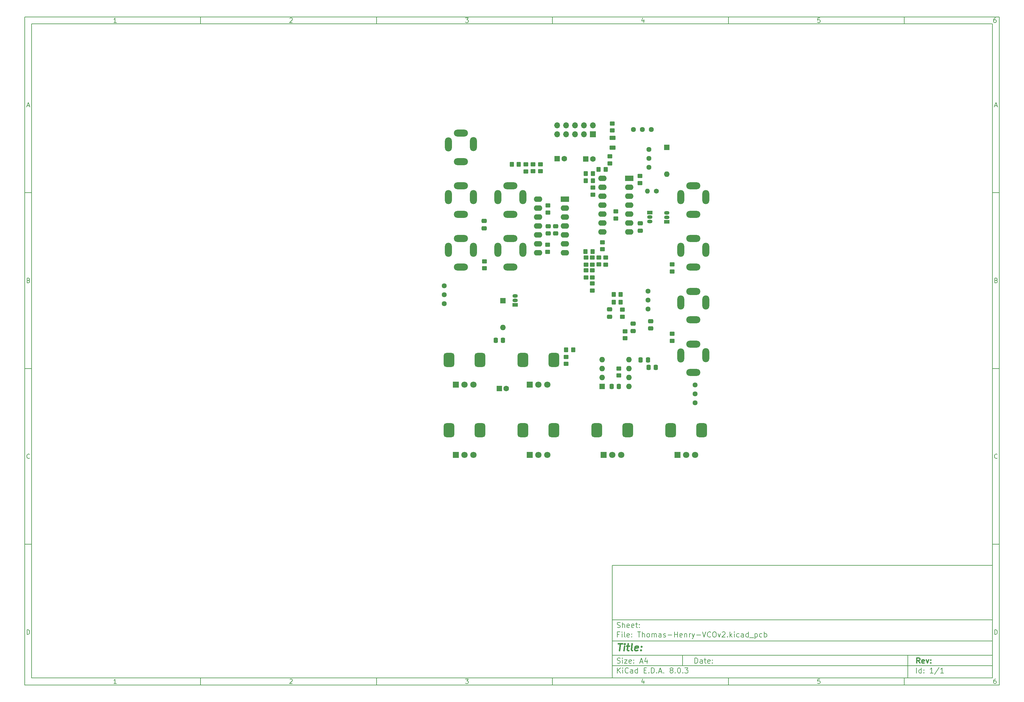
<source format=gbr>
%TF.GenerationSoftware,KiCad,Pcbnew,8.0.3*%
%TF.CreationDate,2024-12-05T20:13:47+00:00*%
%TF.ProjectId,Thomas-Henry-VCOv2,54686f6d-6173-42d4-9865-6e72792d5643,rev?*%
%TF.SameCoordinates,Original*%
%TF.FileFunction,Soldermask,Top*%
%TF.FilePolarity,Negative*%
%FSLAX46Y46*%
G04 Gerber Fmt 4.6, Leading zero omitted, Abs format (unit mm)*
G04 Created by KiCad (PCBNEW 8.0.3) date 2024-12-05 20:13:47*
%MOMM*%
%LPD*%
G01*
G04 APERTURE LIST*
G04 Aperture macros list*
%AMRoundRect*
0 Rectangle with rounded corners*
0 $1 Rounding radius*
0 $2 $3 $4 $5 $6 $7 $8 $9 X,Y pos of 4 corners*
0 Add a 4 corners polygon primitive as box body*
4,1,4,$2,$3,$4,$5,$6,$7,$8,$9,$2,$3,0*
0 Add four circle primitives for the rounded corners*
1,1,$1+$1,$2,$3*
1,1,$1+$1,$4,$5*
1,1,$1+$1,$6,$7*
1,1,$1+$1,$8,$9*
0 Add four rect primitives between the rounded corners*
20,1,$1+$1,$2,$3,$4,$5,0*
20,1,$1+$1,$4,$5,$6,$7,0*
20,1,$1+$1,$6,$7,$8,$9,0*
20,1,$1+$1,$8,$9,$2,$3,0*%
G04 Aperture macros list end*
%ADD10C,0.100000*%
%ADD11C,0.150000*%
%ADD12C,0.300000*%
%ADD13C,0.400000*%
%ADD14R,1.800000X1.800000*%
%ADD15C,1.800000*%
%ADD16RoundRect,0.750000X0.750000X-1.250000X0.750000X1.250000X-0.750000X1.250000X-0.750000X-1.250000X0*%
%ADD17RoundRect,0.250000X-0.450000X0.350000X-0.450000X-0.350000X0.450000X-0.350000X0.450000X0.350000X0*%
%ADD18O,2.000000X4.000000*%
%ADD19O,4.000000X2.000000*%
%ADD20RoundRect,0.250000X0.350000X0.450000X-0.350000X0.450000X-0.350000X-0.450000X0.350000X-0.450000X0*%
%ADD21RoundRect,0.250000X0.450000X-0.350000X0.450000X0.350000X-0.450000X0.350000X-0.450000X-0.350000X0*%
%ADD22RoundRect,0.250000X0.475000X-0.337500X0.475000X0.337500X-0.475000X0.337500X-0.475000X-0.337500X0*%
%ADD23RoundRect,0.250000X-0.337500X-0.475000X0.337500X-0.475000X0.337500X0.475000X-0.337500X0.475000X0*%
%ADD24RoundRect,0.250000X-0.475000X0.337500X-0.475000X-0.337500X0.475000X-0.337500X0.475000X0.337500X0*%
%ADD25RoundRect,0.250000X0.337500X0.475000X-0.337500X0.475000X-0.337500X-0.475000X0.337500X-0.475000X0*%
%ADD26RoundRect,0.250000X0.625000X-0.375000X0.625000X0.375000X-0.625000X0.375000X-0.625000X-0.375000X0*%
%ADD27R,2.400000X1.600000*%
%ADD28O,2.400000X1.600000*%
%ADD29C,1.440000*%
%ADD30R,1.600000X1.600000*%
%ADD31O,1.600000X1.600000*%
%ADD32C,1.600000*%
%ADD33C,1.400000*%
%ADD34O,1.400000X1.400000*%
%ADD35R,1.700000X1.700000*%
%ADD36O,1.700000X1.700000*%
%ADD37R,1.500000X1.050000*%
%ADD38O,1.500000X1.050000*%
G04 APERTURE END LIST*
D10*
D11*
X177002200Y-166007200D02*
X285002200Y-166007200D01*
X285002200Y-198007200D01*
X177002200Y-198007200D01*
X177002200Y-166007200D01*
D10*
D11*
X10000000Y-10000000D02*
X287002200Y-10000000D01*
X287002200Y-200007200D01*
X10000000Y-200007200D01*
X10000000Y-10000000D01*
D10*
D11*
X12000000Y-12000000D02*
X285002200Y-12000000D01*
X285002200Y-198007200D01*
X12000000Y-198007200D01*
X12000000Y-12000000D01*
D10*
D11*
X60000000Y-12000000D02*
X60000000Y-10000000D01*
D10*
D11*
X110000000Y-12000000D02*
X110000000Y-10000000D01*
D10*
D11*
X160000000Y-12000000D02*
X160000000Y-10000000D01*
D10*
D11*
X210000000Y-12000000D02*
X210000000Y-10000000D01*
D10*
D11*
X260000000Y-12000000D02*
X260000000Y-10000000D01*
D10*
D11*
X36089160Y-11593604D02*
X35346303Y-11593604D01*
X35717731Y-11593604D02*
X35717731Y-10293604D01*
X35717731Y-10293604D02*
X35593922Y-10479319D01*
X35593922Y-10479319D02*
X35470112Y-10603128D01*
X35470112Y-10603128D02*
X35346303Y-10665033D01*
D10*
D11*
X85346303Y-10417414D02*
X85408207Y-10355509D01*
X85408207Y-10355509D02*
X85532017Y-10293604D01*
X85532017Y-10293604D02*
X85841541Y-10293604D01*
X85841541Y-10293604D02*
X85965350Y-10355509D01*
X85965350Y-10355509D02*
X86027255Y-10417414D01*
X86027255Y-10417414D02*
X86089160Y-10541223D01*
X86089160Y-10541223D02*
X86089160Y-10665033D01*
X86089160Y-10665033D02*
X86027255Y-10850747D01*
X86027255Y-10850747D02*
X85284398Y-11593604D01*
X85284398Y-11593604D02*
X86089160Y-11593604D01*
D10*
D11*
X135284398Y-10293604D02*
X136089160Y-10293604D01*
X136089160Y-10293604D02*
X135655826Y-10788842D01*
X135655826Y-10788842D02*
X135841541Y-10788842D01*
X135841541Y-10788842D02*
X135965350Y-10850747D01*
X135965350Y-10850747D02*
X136027255Y-10912652D01*
X136027255Y-10912652D02*
X136089160Y-11036461D01*
X136089160Y-11036461D02*
X136089160Y-11345985D01*
X136089160Y-11345985D02*
X136027255Y-11469795D01*
X136027255Y-11469795D02*
X135965350Y-11531700D01*
X135965350Y-11531700D02*
X135841541Y-11593604D01*
X135841541Y-11593604D02*
X135470112Y-11593604D01*
X135470112Y-11593604D02*
X135346303Y-11531700D01*
X135346303Y-11531700D02*
X135284398Y-11469795D01*
D10*
D11*
X185965350Y-10726938D02*
X185965350Y-11593604D01*
X185655826Y-10231700D02*
X185346303Y-11160271D01*
X185346303Y-11160271D02*
X186151064Y-11160271D01*
D10*
D11*
X236027255Y-10293604D02*
X235408207Y-10293604D01*
X235408207Y-10293604D02*
X235346303Y-10912652D01*
X235346303Y-10912652D02*
X235408207Y-10850747D01*
X235408207Y-10850747D02*
X235532017Y-10788842D01*
X235532017Y-10788842D02*
X235841541Y-10788842D01*
X235841541Y-10788842D02*
X235965350Y-10850747D01*
X235965350Y-10850747D02*
X236027255Y-10912652D01*
X236027255Y-10912652D02*
X236089160Y-11036461D01*
X236089160Y-11036461D02*
X236089160Y-11345985D01*
X236089160Y-11345985D02*
X236027255Y-11469795D01*
X236027255Y-11469795D02*
X235965350Y-11531700D01*
X235965350Y-11531700D02*
X235841541Y-11593604D01*
X235841541Y-11593604D02*
X235532017Y-11593604D01*
X235532017Y-11593604D02*
X235408207Y-11531700D01*
X235408207Y-11531700D02*
X235346303Y-11469795D01*
D10*
D11*
X285965350Y-10293604D02*
X285717731Y-10293604D01*
X285717731Y-10293604D02*
X285593922Y-10355509D01*
X285593922Y-10355509D02*
X285532017Y-10417414D01*
X285532017Y-10417414D02*
X285408207Y-10603128D01*
X285408207Y-10603128D02*
X285346303Y-10850747D01*
X285346303Y-10850747D02*
X285346303Y-11345985D01*
X285346303Y-11345985D02*
X285408207Y-11469795D01*
X285408207Y-11469795D02*
X285470112Y-11531700D01*
X285470112Y-11531700D02*
X285593922Y-11593604D01*
X285593922Y-11593604D02*
X285841541Y-11593604D01*
X285841541Y-11593604D02*
X285965350Y-11531700D01*
X285965350Y-11531700D02*
X286027255Y-11469795D01*
X286027255Y-11469795D02*
X286089160Y-11345985D01*
X286089160Y-11345985D02*
X286089160Y-11036461D01*
X286089160Y-11036461D02*
X286027255Y-10912652D01*
X286027255Y-10912652D02*
X285965350Y-10850747D01*
X285965350Y-10850747D02*
X285841541Y-10788842D01*
X285841541Y-10788842D02*
X285593922Y-10788842D01*
X285593922Y-10788842D02*
X285470112Y-10850747D01*
X285470112Y-10850747D02*
X285408207Y-10912652D01*
X285408207Y-10912652D02*
X285346303Y-11036461D01*
D10*
D11*
X60000000Y-198007200D02*
X60000000Y-200007200D01*
D10*
D11*
X110000000Y-198007200D02*
X110000000Y-200007200D01*
D10*
D11*
X160000000Y-198007200D02*
X160000000Y-200007200D01*
D10*
D11*
X210000000Y-198007200D02*
X210000000Y-200007200D01*
D10*
D11*
X260000000Y-198007200D02*
X260000000Y-200007200D01*
D10*
D11*
X36089160Y-199600804D02*
X35346303Y-199600804D01*
X35717731Y-199600804D02*
X35717731Y-198300804D01*
X35717731Y-198300804D02*
X35593922Y-198486519D01*
X35593922Y-198486519D02*
X35470112Y-198610328D01*
X35470112Y-198610328D02*
X35346303Y-198672233D01*
D10*
D11*
X85346303Y-198424614D02*
X85408207Y-198362709D01*
X85408207Y-198362709D02*
X85532017Y-198300804D01*
X85532017Y-198300804D02*
X85841541Y-198300804D01*
X85841541Y-198300804D02*
X85965350Y-198362709D01*
X85965350Y-198362709D02*
X86027255Y-198424614D01*
X86027255Y-198424614D02*
X86089160Y-198548423D01*
X86089160Y-198548423D02*
X86089160Y-198672233D01*
X86089160Y-198672233D02*
X86027255Y-198857947D01*
X86027255Y-198857947D02*
X85284398Y-199600804D01*
X85284398Y-199600804D02*
X86089160Y-199600804D01*
D10*
D11*
X135284398Y-198300804D02*
X136089160Y-198300804D01*
X136089160Y-198300804D02*
X135655826Y-198796042D01*
X135655826Y-198796042D02*
X135841541Y-198796042D01*
X135841541Y-198796042D02*
X135965350Y-198857947D01*
X135965350Y-198857947D02*
X136027255Y-198919852D01*
X136027255Y-198919852D02*
X136089160Y-199043661D01*
X136089160Y-199043661D02*
X136089160Y-199353185D01*
X136089160Y-199353185D02*
X136027255Y-199476995D01*
X136027255Y-199476995D02*
X135965350Y-199538900D01*
X135965350Y-199538900D02*
X135841541Y-199600804D01*
X135841541Y-199600804D02*
X135470112Y-199600804D01*
X135470112Y-199600804D02*
X135346303Y-199538900D01*
X135346303Y-199538900D02*
X135284398Y-199476995D01*
D10*
D11*
X185965350Y-198734138D02*
X185965350Y-199600804D01*
X185655826Y-198238900D02*
X185346303Y-199167471D01*
X185346303Y-199167471D02*
X186151064Y-199167471D01*
D10*
D11*
X236027255Y-198300804D02*
X235408207Y-198300804D01*
X235408207Y-198300804D02*
X235346303Y-198919852D01*
X235346303Y-198919852D02*
X235408207Y-198857947D01*
X235408207Y-198857947D02*
X235532017Y-198796042D01*
X235532017Y-198796042D02*
X235841541Y-198796042D01*
X235841541Y-198796042D02*
X235965350Y-198857947D01*
X235965350Y-198857947D02*
X236027255Y-198919852D01*
X236027255Y-198919852D02*
X236089160Y-199043661D01*
X236089160Y-199043661D02*
X236089160Y-199353185D01*
X236089160Y-199353185D02*
X236027255Y-199476995D01*
X236027255Y-199476995D02*
X235965350Y-199538900D01*
X235965350Y-199538900D02*
X235841541Y-199600804D01*
X235841541Y-199600804D02*
X235532017Y-199600804D01*
X235532017Y-199600804D02*
X235408207Y-199538900D01*
X235408207Y-199538900D02*
X235346303Y-199476995D01*
D10*
D11*
X285965350Y-198300804D02*
X285717731Y-198300804D01*
X285717731Y-198300804D02*
X285593922Y-198362709D01*
X285593922Y-198362709D02*
X285532017Y-198424614D01*
X285532017Y-198424614D02*
X285408207Y-198610328D01*
X285408207Y-198610328D02*
X285346303Y-198857947D01*
X285346303Y-198857947D02*
X285346303Y-199353185D01*
X285346303Y-199353185D02*
X285408207Y-199476995D01*
X285408207Y-199476995D02*
X285470112Y-199538900D01*
X285470112Y-199538900D02*
X285593922Y-199600804D01*
X285593922Y-199600804D02*
X285841541Y-199600804D01*
X285841541Y-199600804D02*
X285965350Y-199538900D01*
X285965350Y-199538900D02*
X286027255Y-199476995D01*
X286027255Y-199476995D02*
X286089160Y-199353185D01*
X286089160Y-199353185D02*
X286089160Y-199043661D01*
X286089160Y-199043661D02*
X286027255Y-198919852D01*
X286027255Y-198919852D02*
X285965350Y-198857947D01*
X285965350Y-198857947D02*
X285841541Y-198796042D01*
X285841541Y-198796042D02*
X285593922Y-198796042D01*
X285593922Y-198796042D02*
X285470112Y-198857947D01*
X285470112Y-198857947D02*
X285408207Y-198919852D01*
X285408207Y-198919852D02*
X285346303Y-199043661D01*
D10*
D11*
X10000000Y-60000000D02*
X12000000Y-60000000D01*
D10*
D11*
X10000000Y-110000000D02*
X12000000Y-110000000D01*
D10*
D11*
X10000000Y-160000000D02*
X12000000Y-160000000D01*
D10*
D11*
X10690476Y-35222176D02*
X11309523Y-35222176D01*
X10566666Y-35593604D02*
X10999999Y-34293604D01*
X10999999Y-34293604D02*
X11433333Y-35593604D01*
D10*
D11*
X11092857Y-84912652D02*
X11278571Y-84974557D01*
X11278571Y-84974557D02*
X11340476Y-85036461D01*
X11340476Y-85036461D02*
X11402380Y-85160271D01*
X11402380Y-85160271D02*
X11402380Y-85345985D01*
X11402380Y-85345985D02*
X11340476Y-85469795D01*
X11340476Y-85469795D02*
X11278571Y-85531700D01*
X11278571Y-85531700D02*
X11154761Y-85593604D01*
X11154761Y-85593604D02*
X10659523Y-85593604D01*
X10659523Y-85593604D02*
X10659523Y-84293604D01*
X10659523Y-84293604D02*
X11092857Y-84293604D01*
X11092857Y-84293604D02*
X11216666Y-84355509D01*
X11216666Y-84355509D02*
X11278571Y-84417414D01*
X11278571Y-84417414D02*
X11340476Y-84541223D01*
X11340476Y-84541223D02*
X11340476Y-84665033D01*
X11340476Y-84665033D02*
X11278571Y-84788842D01*
X11278571Y-84788842D02*
X11216666Y-84850747D01*
X11216666Y-84850747D02*
X11092857Y-84912652D01*
X11092857Y-84912652D02*
X10659523Y-84912652D01*
D10*
D11*
X11402380Y-135469795D02*
X11340476Y-135531700D01*
X11340476Y-135531700D02*
X11154761Y-135593604D01*
X11154761Y-135593604D02*
X11030952Y-135593604D01*
X11030952Y-135593604D02*
X10845238Y-135531700D01*
X10845238Y-135531700D02*
X10721428Y-135407890D01*
X10721428Y-135407890D02*
X10659523Y-135284080D01*
X10659523Y-135284080D02*
X10597619Y-135036461D01*
X10597619Y-135036461D02*
X10597619Y-134850747D01*
X10597619Y-134850747D02*
X10659523Y-134603128D01*
X10659523Y-134603128D02*
X10721428Y-134479319D01*
X10721428Y-134479319D02*
X10845238Y-134355509D01*
X10845238Y-134355509D02*
X11030952Y-134293604D01*
X11030952Y-134293604D02*
X11154761Y-134293604D01*
X11154761Y-134293604D02*
X11340476Y-134355509D01*
X11340476Y-134355509D02*
X11402380Y-134417414D01*
D10*
D11*
X10659523Y-185593604D02*
X10659523Y-184293604D01*
X10659523Y-184293604D02*
X10969047Y-184293604D01*
X10969047Y-184293604D02*
X11154761Y-184355509D01*
X11154761Y-184355509D02*
X11278571Y-184479319D01*
X11278571Y-184479319D02*
X11340476Y-184603128D01*
X11340476Y-184603128D02*
X11402380Y-184850747D01*
X11402380Y-184850747D02*
X11402380Y-185036461D01*
X11402380Y-185036461D02*
X11340476Y-185284080D01*
X11340476Y-185284080D02*
X11278571Y-185407890D01*
X11278571Y-185407890D02*
X11154761Y-185531700D01*
X11154761Y-185531700D02*
X10969047Y-185593604D01*
X10969047Y-185593604D02*
X10659523Y-185593604D01*
D10*
D11*
X287002200Y-60000000D02*
X285002200Y-60000000D01*
D10*
D11*
X287002200Y-110000000D02*
X285002200Y-110000000D01*
D10*
D11*
X287002200Y-160000000D02*
X285002200Y-160000000D01*
D10*
D11*
X285692676Y-35222176D02*
X286311723Y-35222176D01*
X285568866Y-35593604D02*
X286002199Y-34293604D01*
X286002199Y-34293604D02*
X286435533Y-35593604D01*
D10*
D11*
X286095057Y-84912652D02*
X286280771Y-84974557D01*
X286280771Y-84974557D02*
X286342676Y-85036461D01*
X286342676Y-85036461D02*
X286404580Y-85160271D01*
X286404580Y-85160271D02*
X286404580Y-85345985D01*
X286404580Y-85345985D02*
X286342676Y-85469795D01*
X286342676Y-85469795D02*
X286280771Y-85531700D01*
X286280771Y-85531700D02*
X286156961Y-85593604D01*
X286156961Y-85593604D02*
X285661723Y-85593604D01*
X285661723Y-85593604D02*
X285661723Y-84293604D01*
X285661723Y-84293604D02*
X286095057Y-84293604D01*
X286095057Y-84293604D02*
X286218866Y-84355509D01*
X286218866Y-84355509D02*
X286280771Y-84417414D01*
X286280771Y-84417414D02*
X286342676Y-84541223D01*
X286342676Y-84541223D02*
X286342676Y-84665033D01*
X286342676Y-84665033D02*
X286280771Y-84788842D01*
X286280771Y-84788842D02*
X286218866Y-84850747D01*
X286218866Y-84850747D02*
X286095057Y-84912652D01*
X286095057Y-84912652D02*
X285661723Y-84912652D01*
D10*
D11*
X286404580Y-135469795D02*
X286342676Y-135531700D01*
X286342676Y-135531700D02*
X286156961Y-135593604D01*
X286156961Y-135593604D02*
X286033152Y-135593604D01*
X286033152Y-135593604D02*
X285847438Y-135531700D01*
X285847438Y-135531700D02*
X285723628Y-135407890D01*
X285723628Y-135407890D02*
X285661723Y-135284080D01*
X285661723Y-135284080D02*
X285599819Y-135036461D01*
X285599819Y-135036461D02*
X285599819Y-134850747D01*
X285599819Y-134850747D02*
X285661723Y-134603128D01*
X285661723Y-134603128D02*
X285723628Y-134479319D01*
X285723628Y-134479319D02*
X285847438Y-134355509D01*
X285847438Y-134355509D02*
X286033152Y-134293604D01*
X286033152Y-134293604D02*
X286156961Y-134293604D01*
X286156961Y-134293604D02*
X286342676Y-134355509D01*
X286342676Y-134355509D02*
X286404580Y-134417414D01*
D10*
D11*
X285661723Y-185593604D02*
X285661723Y-184293604D01*
X285661723Y-184293604D02*
X285971247Y-184293604D01*
X285971247Y-184293604D02*
X286156961Y-184355509D01*
X286156961Y-184355509D02*
X286280771Y-184479319D01*
X286280771Y-184479319D02*
X286342676Y-184603128D01*
X286342676Y-184603128D02*
X286404580Y-184850747D01*
X286404580Y-184850747D02*
X286404580Y-185036461D01*
X286404580Y-185036461D02*
X286342676Y-185284080D01*
X286342676Y-185284080D02*
X286280771Y-185407890D01*
X286280771Y-185407890D02*
X286156961Y-185531700D01*
X286156961Y-185531700D02*
X285971247Y-185593604D01*
X285971247Y-185593604D02*
X285661723Y-185593604D01*
D10*
D11*
X200458026Y-193793328D02*
X200458026Y-192293328D01*
X200458026Y-192293328D02*
X200815169Y-192293328D01*
X200815169Y-192293328D02*
X201029455Y-192364757D01*
X201029455Y-192364757D02*
X201172312Y-192507614D01*
X201172312Y-192507614D02*
X201243741Y-192650471D01*
X201243741Y-192650471D02*
X201315169Y-192936185D01*
X201315169Y-192936185D02*
X201315169Y-193150471D01*
X201315169Y-193150471D02*
X201243741Y-193436185D01*
X201243741Y-193436185D02*
X201172312Y-193579042D01*
X201172312Y-193579042D02*
X201029455Y-193721900D01*
X201029455Y-193721900D02*
X200815169Y-193793328D01*
X200815169Y-193793328D02*
X200458026Y-193793328D01*
X202600884Y-193793328D02*
X202600884Y-193007614D01*
X202600884Y-193007614D02*
X202529455Y-192864757D01*
X202529455Y-192864757D02*
X202386598Y-192793328D01*
X202386598Y-192793328D02*
X202100884Y-192793328D01*
X202100884Y-192793328D02*
X201958026Y-192864757D01*
X202600884Y-193721900D02*
X202458026Y-193793328D01*
X202458026Y-193793328D02*
X202100884Y-193793328D01*
X202100884Y-193793328D02*
X201958026Y-193721900D01*
X201958026Y-193721900D02*
X201886598Y-193579042D01*
X201886598Y-193579042D02*
X201886598Y-193436185D01*
X201886598Y-193436185D02*
X201958026Y-193293328D01*
X201958026Y-193293328D02*
X202100884Y-193221900D01*
X202100884Y-193221900D02*
X202458026Y-193221900D01*
X202458026Y-193221900D02*
X202600884Y-193150471D01*
X203100884Y-192793328D02*
X203672312Y-192793328D01*
X203315169Y-192293328D02*
X203315169Y-193579042D01*
X203315169Y-193579042D02*
X203386598Y-193721900D01*
X203386598Y-193721900D02*
X203529455Y-193793328D01*
X203529455Y-193793328D02*
X203672312Y-193793328D01*
X204743741Y-193721900D02*
X204600884Y-193793328D01*
X204600884Y-193793328D02*
X204315170Y-193793328D01*
X204315170Y-193793328D02*
X204172312Y-193721900D01*
X204172312Y-193721900D02*
X204100884Y-193579042D01*
X204100884Y-193579042D02*
X204100884Y-193007614D01*
X204100884Y-193007614D02*
X204172312Y-192864757D01*
X204172312Y-192864757D02*
X204315170Y-192793328D01*
X204315170Y-192793328D02*
X204600884Y-192793328D01*
X204600884Y-192793328D02*
X204743741Y-192864757D01*
X204743741Y-192864757D02*
X204815170Y-193007614D01*
X204815170Y-193007614D02*
X204815170Y-193150471D01*
X204815170Y-193150471D02*
X204100884Y-193293328D01*
X205458026Y-193650471D02*
X205529455Y-193721900D01*
X205529455Y-193721900D02*
X205458026Y-193793328D01*
X205458026Y-193793328D02*
X205386598Y-193721900D01*
X205386598Y-193721900D02*
X205458026Y-193650471D01*
X205458026Y-193650471D02*
X205458026Y-193793328D01*
X205458026Y-192864757D02*
X205529455Y-192936185D01*
X205529455Y-192936185D02*
X205458026Y-193007614D01*
X205458026Y-193007614D02*
X205386598Y-192936185D01*
X205386598Y-192936185D02*
X205458026Y-192864757D01*
X205458026Y-192864757D02*
X205458026Y-193007614D01*
D10*
D11*
X177002200Y-194507200D02*
X285002200Y-194507200D01*
D10*
D11*
X178458026Y-196593328D02*
X178458026Y-195093328D01*
X179315169Y-196593328D02*
X178672312Y-195736185D01*
X179315169Y-195093328D02*
X178458026Y-195950471D01*
X179958026Y-196593328D02*
X179958026Y-195593328D01*
X179958026Y-195093328D02*
X179886598Y-195164757D01*
X179886598Y-195164757D02*
X179958026Y-195236185D01*
X179958026Y-195236185D02*
X180029455Y-195164757D01*
X180029455Y-195164757D02*
X179958026Y-195093328D01*
X179958026Y-195093328D02*
X179958026Y-195236185D01*
X181529455Y-196450471D02*
X181458027Y-196521900D01*
X181458027Y-196521900D02*
X181243741Y-196593328D01*
X181243741Y-196593328D02*
X181100884Y-196593328D01*
X181100884Y-196593328D02*
X180886598Y-196521900D01*
X180886598Y-196521900D02*
X180743741Y-196379042D01*
X180743741Y-196379042D02*
X180672312Y-196236185D01*
X180672312Y-196236185D02*
X180600884Y-195950471D01*
X180600884Y-195950471D02*
X180600884Y-195736185D01*
X180600884Y-195736185D02*
X180672312Y-195450471D01*
X180672312Y-195450471D02*
X180743741Y-195307614D01*
X180743741Y-195307614D02*
X180886598Y-195164757D01*
X180886598Y-195164757D02*
X181100884Y-195093328D01*
X181100884Y-195093328D02*
X181243741Y-195093328D01*
X181243741Y-195093328D02*
X181458027Y-195164757D01*
X181458027Y-195164757D02*
X181529455Y-195236185D01*
X182815170Y-196593328D02*
X182815170Y-195807614D01*
X182815170Y-195807614D02*
X182743741Y-195664757D01*
X182743741Y-195664757D02*
X182600884Y-195593328D01*
X182600884Y-195593328D02*
X182315170Y-195593328D01*
X182315170Y-195593328D02*
X182172312Y-195664757D01*
X182815170Y-196521900D02*
X182672312Y-196593328D01*
X182672312Y-196593328D02*
X182315170Y-196593328D01*
X182315170Y-196593328D02*
X182172312Y-196521900D01*
X182172312Y-196521900D02*
X182100884Y-196379042D01*
X182100884Y-196379042D02*
X182100884Y-196236185D01*
X182100884Y-196236185D02*
X182172312Y-196093328D01*
X182172312Y-196093328D02*
X182315170Y-196021900D01*
X182315170Y-196021900D02*
X182672312Y-196021900D01*
X182672312Y-196021900D02*
X182815170Y-195950471D01*
X184172313Y-196593328D02*
X184172313Y-195093328D01*
X184172313Y-196521900D02*
X184029455Y-196593328D01*
X184029455Y-196593328D02*
X183743741Y-196593328D01*
X183743741Y-196593328D02*
X183600884Y-196521900D01*
X183600884Y-196521900D02*
X183529455Y-196450471D01*
X183529455Y-196450471D02*
X183458027Y-196307614D01*
X183458027Y-196307614D02*
X183458027Y-195879042D01*
X183458027Y-195879042D02*
X183529455Y-195736185D01*
X183529455Y-195736185D02*
X183600884Y-195664757D01*
X183600884Y-195664757D02*
X183743741Y-195593328D01*
X183743741Y-195593328D02*
X184029455Y-195593328D01*
X184029455Y-195593328D02*
X184172313Y-195664757D01*
X186029455Y-195807614D02*
X186529455Y-195807614D01*
X186743741Y-196593328D02*
X186029455Y-196593328D01*
X186029455Y-196593328D02*
X186029455Y-195093328D01*
X186029455Y-195093328D02*
X186743741Y-195093328D01*
X187386598Y-196450471D02*
X187458027Y-196521900D01*
X187458027Y-196521900D02*
X187386598Y-196593328D01*
X187386598Y-196593328D02*
X187315170Y-196521900D01*
X187315170Y-196521900D02*
X187386598Y-196450471D01*
X187386598Y-196450471D02*
X187386598Y-196593328D01*
X188100884Y-196593328D02*
X188100884Y-195093328D01*
X188100884Y-195093328D02*
X188458027Y-195093328D01*
X188458027Y-195093328D02*
X188672313Y-195164757D01*
X188672313Y-195164757D02*
X188815170Y-195307614D01*
X188815170Y-195307614D02*
X188886599Y-195450471D01*
X188886599Y-195450471D02*
X188958027Y-195736185D01*
X188958027Y-195736185D02*
X188958027Y-195950471D01*
X188958027Y-195950471D02*
X188886599Y-196236185D01*
X188886599Y-196236185D02*
X188815170Y-196379042D01*
X188815170Y-196379042D02*
X188672313Y-196521900D01*
X188672313Y-196521900D02*
X188458027Y-196593328D01*
X188458027Y-196593328D02*
X188100884Y-196593328D01*
X189600884Y-196450471D02*
X189672313Y-196521900D01*
X189672313Y-196521900D02*
X189600884Y-196593328D01*
X189600884Y-196593328D02*
X189529456Y-196521900D01*
X189529456Y-196521900D02*
X189600884Y-196450471D01*
X189600884Y-196450471D02*
X189600884Y-196593328D01*
X190243742Y-196164757D02*
X190958028Y-196164757D01*
X190100885Y-196593328D02*
X190600885Y-195093328D01*
X190600885Y-195093328D02*
X191100885Y-196593328D01*
X191600884Y-196450471D02*
X191672313Y-196521900D01*
X191672313Y-196521900D02*
X191600884Y-196593328D01*
X191600884Y-196593328D02*
X191529456Y-196521900D01*
X191529456Y-196521900D02*
X191600884Y-196450471D01*
X191600884Y-196450471D02*
X191600884Y-196593328D01*
X193672313Y-195736185D02*
X193529456Y-195664757D01*
X193529456Y-195664757D02*
X193458027Y-195593328D01*
X193458027Y-195593328D02*
X193386599Y-195450471D01*
X193386599Y-195450471D02*
X193386599Y-195379042D01*
X193386599Y-195379042D02*
X193458027Y-195236185D01*
X193458027Y-195236185D02*
X193529456Y-195164757D01*
X193529456Y-195164757D02*
X193672313Y-195093328D01*
X193672313Y-195093328D02*
X193958027Y-195093328D01*
X193958027Y-195093328D02*
X194100885Y-195164757D01*
X194100885Y-195164757D02*
X194172313Y-195236185D01*
X194172313Y-195236185D02*
X194243742Y-195379042D01*
X194243742Y-195379042D02*
X194243742Y-195450471D01*
X194243742Y-195450471D02*
X194172313Y-195593328D01*
X194172313Y-195593328D02*
X194100885Y-195664757D01*
X194100885Y-195664757D02*
X193958027Y-195736185D01*
X193958027Y-195736185D02*
X193672313Y-195736185D01*
X193672313Y-195736185D02*
X193529456Y-195807614D01*
X193529456Y-195807614D02*
X193458027Y-195879042D01*
X193458027Y-195879042D02*
X193386599Y-196021900D01*
X193386599Y-196021900D02*
X193386599Y-196307614D01*
X193386599Y-196307614D02*
X193458027Y-196450471D01*
X193458027Y-196450471D02*
X193529456Y-196521900D01*
X193529456Y-196521900D02*
X193672313Y-196593328D01*
X193672313Y-196593328D02*
X193958027Y-196593328D01*
X193958027Y-196593328D02*
X194100885Y-196521900D01*
X194100885Y-196521900D02*
X194172313Y-196450471D01*
X194172313Y-196450471D02*
X194243742Y-196307614D01*
X194243742Y-196307614D02*
X194243742Y-196021900D01*
X194243742Y-196021900D02*
X194172313Y-195879042D01*
X194172313Y-195879042D02*
X194100885Y-195807614D01*
X194100885Y-195807614D02*
X193958027Y-195736185D01*
X194886598Y-196450471D02*
X194958027Y-196521900D01*
X194958027Y-196521900D02*
X194886598Y-196593328D01*
X194886598Y-196593328D02*
X194815170Y-196521900D01*
X194815170Y-196521900D02*
X194886598Y-196450471D01*
X194886598Y-196450471D02*
X194886598Y-196593328D01*
X195886599Y-195093328D02*
X196029456Y-195093328D01*
X196029456Y-195093328D02*
X196172313Y-195164757D01*
X196172313Y-195164757D02*
X196243742Y-195236185D01*
X196243742Y-195236185D02*
X196315170Y-195379042D01*
X196315170Y-195379042D02*
X196386599Y-195664757D01*
X196386599Y-195664757D02*
X196386599Y-196021900D01*
X196386599Y-196021900D02*
X196315170Y-196307614D01*
X196315170Y-196307614D02*
X196243742Y-196450471D01*
X196243742Y-196450471D02*
X196172313Y-196521900D01*
X196172313Y-196521900D02*
X196029456Y-196593328D01*
X196029456Y-196593328D02*
X195886599Y-196593328D01*
X195886599Y-196593328D02*
X195743742Y-196521900D01*
X195743742Y-196521900D02*
X195672313Y-196450471D01*
X195672313Y-196450471D02*
X195600884Y-196307614D01*
X195600884Y-196307614D02*
X195529456Y-196021900D01*
X195529456Y-196021900D02*
X195529456Y-195664757D01*
X195529456Y-195664757D02*
X195600884Y-195379042D01*
X195600884Y-195379042D02*
X195672313Y-195236185D01*
X195672313Y-195236185D02*
X195743742Y-195164757D01*
X195743742Y-195164757D02*
X195886599Y-195093328D01*
X197029455Y-196450471D02*
X197100884Y-196521900D01*
X197100884Y-196521900D02*
X197029455Y-196593328D01*
X197029455Y-196593328D02*
X196958027Y-196521900D01*
X196958027Y-196521900D02*
X197029455Y-196450471D01*
X197029455Y-196450471D02*
X197029455Y-196593328D01*
X197600884Y-195093328D02*
X198529456Y-195093328D01*
X198529456Y-195093328D02*
X198029456Y-195664757D01*
X198029456Y-195664757D02*
X198243741Y-195664757D01*
X198243741Y-195664757D02*
X198386599Y-195736185D01*
X198386599Y-195736185D02*
X198458027Y-195807614D01*
X198458027Y-195807614D02*
X198529456Y-195950471D01*
X198529456Y-195950471D02*
X198529456Y-196307614D01*
X198529456Y-196307614D02*
X198458027Y-196450471D01*
X198458027Y-196450471D02*
X198386599Y-196521900D01*
X198386599Y-196521900D02*
X198243741Y-196593328D01*
X198243741Y-196593328D02*
X197815170Y-196593328D01*
X197815170Y-196593328D02*
X197672313Y-196521900D01*
X197672313Y-196521900D02*
X197600884Y-196450471D01*
D10*
D11*
X177002200Y-191507200D02*
X285002200Y-191507200D01*
D10*
D12*
X264413853Y-193785528D02*
X263913853Y-193071242D01*
X263556710Y-193785528D02*
X263556710Y-192285528D01*
X263556710Y-192285528D02*
X264128139Y-192285528D01*
X264128139Y-192285528D02*
X264270996Y-192356957D01*
X264270996Y-192356957D02*
X264342425Y-192428385D01*
X264342425Y-192428385D02*
X264413853Y-192571242D01*
X264413853Y-192571242D02*
X264413853Y-192785528D01*
X264413853Y-192785528D02*
X264342425Y-192928385D01*
X264342425Y-192928385D02*
X264270996Y-192999814D01*
X264270996Y-192999814D02*
X264128139Y-193071242D01*
X264128139Y-193071242D02*
X263556710Y-193071242D01*
X265628139Y-193714100D02*
X265485282Y-193785528D01*
X265485282Y-193785528D02*
X265199568Y-193785528D01*
X265199568Y-193785528D02*
X265056710Y-193714100D01*
X265056710Y-193714100D02*
X264985282Y-193571242D01*
X264985282Y-193571242D02*
X264985282Y-192999814D01*
X264985282Y-192999814D02*
X265056710Y-192856957D01*
X265056710Y-192856957D02*
X265199568Y-192785528D01*
X265199568Y-192785528D02*
X265485282Y-192785528D01*
X265485282Y-192785528D02*
X265628139Y-192856957D01*
X265628139Y-192856957D02*
X265699568Y-192999814D01*
X265699568Y-192999814D02*
X265699568Y-193142671D01*
X265699568Y-193142671D02*
X264985282Y-193285528D01*
X266199567Y-192785528D02*
X266556710Y-193785528D01*
X266556710Y-193785528D02*
X266913853Y-192785528D01*
X267485281Y-193642671D02*
X267556710Y-193714100D01*
X267556710Y-193714100D02*
X267485281Y-193785528D01*
X267485281Y-193785528D02*
X267413853Y-193714100D01*
X267413853Y-193714100D02*
X267485281Y-193642671D01*
X267485281Y-193642671D02*
X267485281Y-193785528D01*
X267485281Y-192856957D02*
X267556710Y-192928385D01*
X267556710Y-192928385D02*
X267485281Y-192999814D01*
X267485281Y-192999814D02*
X267413853Y-192928385D01*
X267413853Y-192928385D02*
X267485281Y-192856957D01*
X267485281Y-192856957D02*
X267485281Y-192999814D01*
D10*
D11*
X178386598Y-193721900D02*
X178600884Y-193793328D01*
X178600884Y-193793328D02*
X178958026Y-193793328D01*
X178958026Y-193793328D02*
X179100884Y-193721900D01*
X179100884Y-193721900D02*
X179172312Y-193650471D01*
X179172312Y-193650471D02*
X179243741Y-193507614D01*
X179243741Y-193507614D02*
X179243741Y-193364757D01*
X179243741Y-193364757D02*
X179172312Y-193221900D01*
X179172312Y-193221900D02*
X179100884Y-193150471D01*
X179100884Y-193150471D02*
X178958026Y-193079042D01*
X178958026Y-193079042D02*
X178672312Y-193007614D01*
X178672312Y-193007614D02*
X178529455Y-192936185D01*
X178529455Y-192936185D02*
X178458026Y-192864757D01*
X178458026Y-192864757D02*
X178386598Y-192721900D01*
X178386598Y-192721900D02*
X178386598Y-192579042D01*
X178386598Y-192579042D02*
X178458026Y-192436185D01*
X178458026Y-192436185D02*
X178529455Y-192364757D01*
X178529455Y-192364757D02*
X178672312Y-192293328D01*
X178672312Y-192293328D02*
X179029455Y-192293328D01*
X179029455Y-192293328D02*
X179243741Y-192364757D01*
X179886597Y-193793328D02*
X179886597Y-192793328D01*
X179886597Y-192293328D02*
X179815169Y-192364757D01*
X179815169Y-192364757D02*
X179886597Y-192436185D01*
X179886597Y-192436185D02*
X179958026Y-192364757D01*
X179958026Y-192364757D02*
X179886597Y-192293328D01*
X179886597Y-192293328D02*
X179886597Y-192436185D01*
X180458026Y-192793328D02*
X181243741Y-192793328D01*
X181243741Y-192793328D02*
X180458026Y-193793328D01*
X180458026Y-193793328D02*
X181243741Y-193793328D01*
X182386598Y-193721900D02*
X182243741Y-193793328D01*
X182243741Y-193793328D02*
X181958027Y-193793328D01*
X181958027Y-193793328D02*
X181815169Y-193721900D01*
X181815169Y-193721900D02*
X181743741Y-193579042D01*
X181743741Y-193579042D02*
X181743741Y-193007614D01*
X181743741Y-193007614D02*
X181815169Y-192864757D01*
X181815169Y-192864757D02*
X181958027Y-192793328D01*
X181958027Y-192793328D02*
X182243741Y-192793328D01*
X182243741Y-192793328D02*
X182386598Y-192864757D01*
X182386598Y-192864757D02*
X182458027Y-193007614D01*
X182458027Y-193007614D02*
X182458027Y-193150471D01*
X182458027Y-193150471D02*
X181743741Y-193293328D01*
X183100883Y-193650471D02*
X183172312Y-193721900D01*
X183172312Y-193721900D02*
X183100883Y-193793328D01*
X183100883Y-193793328D02*
X183029455Y-193721900D01*
X183029455Y-193721900D02*
X183100883Y-193650471D01*
X183100883Y-193650471D02*
X183100883Y-193793328D01*
X183100883Y-192864757D02*
X183172312Y-192936185D01*
X183172312Y-192936185D02*
X183100883Y-193007614D01*
X183100883Y-193007614D02*
X183029455Y-192936185D01*
X183029455Y-192936185D02*
X183100883Y-192864757D01*
X183100883Y-192864757D02*
X183100883Y-193007614D01*
X184886598Y-193364757D02*
X185600884Y-193364757D01*
X184743741Y-193793328D02*
X185243741Y-192293328D01*
X185243741Y-192293328D02*
X185743741Y-193793328D01*
X186886598Y-192793328D02*
X186886598Y-193793328D01*
X186529455Y-192221900D02*
X186172312Y-193293328D01*
X186172312Y-193293328D02*
X187100883Y-193293328D01*
D10*
D11*
X263458026Y-196593328D02*
X263458026Y-195093328D01*
X264815170Y-196593328D02*
X264815170Y-195093328D01*
X264815170Y-196521900D02*
X264672312Y-196593328D01*
X264672312Y-196593328D02*
X264386598Y-196593328D01*
X264386598Y-196593328D02*
X264243741Y-196521900D01*
X264243741Y-196521900D02*
X264172312Y-196450471D01*
X264172312Y-196450471D02*
X264100884Y-196307614D01*
X264100884Y-196307614D02*
X264100884Y-195879042D01*
X264100884Y-195879042D02*
X264172312Y-195736185D01*
X264172312Y-195736185D02*
X264243741Y-195664757D01*
X264243741Y-195664757D02*
X264386598Y-195593328D01*
X264386598Y-195593328D02*
X264672312Y-195593328D01*
X264672312Y-195593328D02*
X264815170Y-195664757D01*
X265529455Y-196450471D02*
X265600884Y-196521900D01*
X265600884Y-196521900D02*
X265529455Y-196593328D01*
X265529455Y-196593328D02*
X265458027Y-196521900D01*
X265458027Y-196521900D02*
X265529455Y-196450471D01*
X265529455Y-196450471D02*
X265529455Y-196593328D01*
X265529455Y-195664757D02*
X265600884Y-195736185D01*
X265600884Y-195736185D02*
X265529455Y-195807614D01*
X265529455Y-195807614D02*
X265458027Y-195736185D01*
X265458027Y-195736185D02*
X265529455Y-195664757D01*
X265529455Y-195664757D02*
X265529455Y-195807614D01*
X268172313Y-196593328D02*
X267315170Y-196593328D01*
X267743741Y-196593328D02*
X267743741Y-195093328D01*
X267743741Y-195093328D02*
X267600884Y-195307614D01*
X267600884Y-195307614D02*
X267458027Y-195450471D01*
X267458027Y-195450471D02*
X267315170Y-195521900D01*
X269886598Y-195021900D02*
X268600884Y-196950471D01*
X271172313Y-196593328D02*
X270315170Y-196593328D01*
X270743741Y-196593328D02*
X270743741Y-195093328D01*
X270743741Y-195093328D02*
X270600884Y-195307614D01*
X270600884Y-195307614D02*
X270458027Y-195450471D01*
X270458027Y-195450471D02*
X270315170Y-195521900D01*
D10*
D11*
X177002200Y-187507200D02*
X285002200Y-187507200D01*
D10*
D13*
X178693928Y-188211638D02*
X179836785Y-188211638D01*
X179015357Y-190211638D02*
X179265357Y-188211638D01*
X180253452Y-190211638D02*
X180420119Y-188878304D01*
X180503452Y-188211638D02*
X180396309Y-188306876D01*
X180396309Y-188306876D02*
X180479643Y-188402114D01*
X180479643Y-188402114D02*
X180586786Y-188306876D01*
X180586786Y-188306876D02*
X180503452Y-188211638D01*
X180503452Y-188211638D02*
X180479643Y-188402114D01*
X181086786Y-188878304D02*
X181848690Y-188878304D01*
X181455833Y-188211638D02*
X181241548Y-189925923D01*
X181241548Y-189925923D02*
X181312976Y-190116400D01*
X181312976Y-190116400D02*
X181491548Y-190211638D01*
X181491548Y-190211638D02*
X181682024Y-190211638D01*
X182634405Y-190211638D02*
X182455833Y-190116400D01*
X182455833Y-190116400D02*
X182384405Y-189925923D01*
X182384405Y-189925923D02*
X182598690Y-188211638D01*
X184170119Y-190116400D02*
X183967738Y-190211638D01*
X183967738Y-190211638D02*
X183586785Y-190211638D01*
X183586785Y-190211638D02*
X183408214Y-190116400D01*
X183408214Y-190116400D02*
X183336785Y-189925923D01*
X183336785Y-189925923D02*
X183432024Y-189164019D01*
X183432024Y-189164019D02*
X183551071Y-188973542D01*
X183551071Y-188973542D02*
X183753452Y-188878304D01*
X183753452Y-188878304D02*
X184134404Y-188878304D01*
X184134404Y-188878304D02*
X184312976Y-188973542D01*
X184312976Y-188973542D02*
X184384404Y-189164019D01*
X184384404Y-189164019D02*
X184360595Y-189354495D01*
X184360595Y-189354495D02*
X183384404Y-189544971D01*
X185134405Y-190021161D02*
X185217738Y-190116400D01*
X185217738Y-190116400D02*
X185110595Y-190211638D01*
X185110595Y-190211638D02*
X185027262Y-190116400D01*
X185027262Y-190116400D02*
X185134405Y-190021161D01*
X185134405Y-190021161D02*
X185110595Y-190211638D01*
X185265357Y-188973542D02*
X185348690Y-189068780D01*
X185348690Y-189068780D02*
X185241548Y-189164019D01*
X185241548Y-189164019D02*
X185158214Y-189068780D01*
X185158214Y-189068780D02*
X185265357Y-188973542D01*
X185265357Y-188973542D02*
X185241548Y-189164019D01*
D10*
D11*
X178958026Y-185607614D02*
X178458026Y-185607614D01*
X178458026Y-186393328D02*
X178458026Y-184893328D01*
X178458026Y-184893328D02*
X179172312Y-184893328D01*
X179743740Y-186393328D02*
X179743740Y-185393328D01*
X179743740Y-184893328D02*
X179672312Y-184964757D01*
X179672312Y-184964757D02*
X179743740Y-185036185D01*
X179743740Y-185036185D02*
X179815169Y-184964757D01*
X179815169Y-184964757D02*
X179743740Y-184893328D01*
X179743740Y-184893328D02*
X179743740Y-185036185D01*
X180672312Y-186393328D02*
X180529455Y-186321900D01*
X180529455Y-186321900D02*
X180458026Y-186179042D01*
X180458026Y-186179042D02*
X180458026Y-184893328D01*
X181815169Y-186321900D02*
X181672312Y-186393328D01*
X181672312Y-186393328D02*
X181386598Y-186393328D01*
X181386598Y-186393328D02*
X181243740Y-186321900D01*
X181243740Y-186321900D02*
X181172312Y-186179042D01*
X181172312Y-186179042D02*
X181172312Y-185607614D01*
X181172312Y-185607614D02*
X181243740Y-185464757D01*
X181243740Y-185464757D02*
X181386598Y-185393328D01*
X181386598Y-185393328D02*
X181672312Y-185393328D01*
X181672312Y-185393328D02*
X181815169Y-185464757D01*
X181815169Y-185464757D02*
X181886598Y-185607614D01*
X181886598Y-185607614D02*
X181886598Y-185750471D01*
X181886598Y-185750471D02*
X181172312Y-185893328D01*
X182529454Y-186250471D02*
X182600883Y-186321900D01*
X182600883Y-186321900D02*
X182529454Y-186393328D01*
X182529454Y-186393328D02*
X182458026Y-186321900D01*
X182458026Y-186321900D02*
X182529454Y-186250471D01*
X182529454Y-186250471D02*
X182529454Y-186393328D01*
X182529454Y-185464757D02*
X182600883Y-185536185D01*
X182600883Y-185536185D02*
X182529454Y-185607614D01*
X182529454Y-185607614D02*
X182458026Y-185536185D01*
X182458026Y-185536185D02*
X182529454Y-185464757D01*
X182529454Y-185464757D02*
X182529454Y-185607614D01*
X184172312Y-184893328D02*
X185029455Y-184893328D01*
X184600883Y-186393328D02*
X184600883Y-184893328D01*
X185529454Y-186393328D02*
X185529454Y-184893328D01*
X186172312Y-186393328D02*
X186172312Y-185607614D01*
X186172312Y-185607614D02*
X186100883Y-185464757D01*
X186100883Y-185464757D02*
X185958026Y-185393328D01*
X185958026Y-185393328D02*
X185743740Y-185393328D01*
X185743740Y-185393328D02*
X185600883Y-185464757D01*
X185600883Y-185464757D02*
X185529454Y-185536185D01*
X187100883Y-186393328D02*
X186958026Y-186321900D01*
X186958026Y-186321900D02*
X186886597Y-186250471D01*
X186886597Y-186250471D02*
X186815169Y-186107614D01*
X186815169Y-186107614D02*
X186815169Y-185679042D01*
X186815169Y-185679042D02*
X186886597Y-185536185D01*
X186886597Y-185536185D02*
X186958026Y-185464757D01*
X186958026Y-185464757D02*
X187100883Y-185393328D01*
X187100883Y-185393328D02*
X187315169Y-185393328D01*
X187315169Y-185393328D02*
X187458026Y-185464757D01*
X187458026Y-185464757D02*
X187529455Y-185536185D01*
X187529455Y-185536185D02*
X187600883Y-185679042D01*
X187600883Y-185679042D02*
X187600883Y-186107614D01*
X187600883Y-186107614D02*
X187529455Y-186250471D01*
X187529455Y-186250471D02*
X187458026Y-186321900D01*
X187458026Y-186321900D02*
X187315169Y-186393328D01*
X187315169Y-186393328D02*
X187100883Y-186393328D01*
X188243740Y-186393328D02*
X188243740Y-185393328D01*
X188243740Y-185536185D02*
X188315169Y-185464757D01*
X188315169Y-185464757D02*
X188458026Y-185393328D01*
X188458026Y-185393328D02*
X188672312Y-185393328D01*
X188672312Y-185393328D02*
X188815169Y-185464757D01*
X188815169Y-185464757D02*
X188886598Y-185607614D01*
X188886598Y-185607614D02*
X188886598Y-186393328D01*
X188886598Y-185607614D02*
X188958026Y-185464757D01*
X188958026Y-185464757D02*
X189100883Y-185393328D01*
X189100883Y-185393328D02*
X189315169Y-185393328D01*
X189315169Y-185393328D02*
X189458026Y-185464757D01*
X189458026Y-185464757D02*
X189529455Y-185607614D01*
X189529455Y-185607614D02*
X189529455Y-186393328D01*
X190886598Y-186393328D02*
X190886598Y-185607614D01*
X190886598Y-185607614D02*
X190815169Y-185464757D01*
X190815169Y-185464757D02*
X190672312Y-185393328D01*
X190672312Y-185393328D02*
X190386598Y-185393328D01*
X190386598Y-185393328D02*
X190243740Y-185464757D01*
X190886598Y-186321900D02*
X190743740Y-186393328D01*
X190743740Y-186393328D02*
X190386598Y-186393328D01*
X190386598Y-186393328D02*
X190243740Y-186321900D01*
X190243740Y-186321900D02*
X190172312Y-186179042D01*
X190172312Y-186179042D02*
X190172312Y-186036185D01*
X190172312Y-186036185D02*
X190243740Y-185893328D01*
X190243740Y-185893328D02*
X190386598Y-185821900D01*
X190386598Y-185821900D02*
X190743740Y-185821900D01*
X190743740Y-185821900D02*
X190886598Y-185750471D01*
X191529455Y-186321900D02*
X191672312Y-186393328D01*
X191672312Y-186393328D02*
X191958026Y-186393328D01*
X191958026Y-186393328D02*
X192100883Y-186321900D01*
X192100883Y-186321900D02*
X192172312Y-186179042D01*
X192172312Y-186179042D02*
X192172312Y-186107614D01*
X192172312Y-186107614D02*
X192100883Y-185964757D01*
X192100883Y-185964757D02*
X191958026Y-185893328D01*
X191958026Y-185893328D02*
X191743741Y-185893328D01*
X191743741Y-185893328D02*
X191600883Y-185821900D01*
X191600883Y-185821900D02*
X191529455Y-185679042D01*
X191529455Y-185679042D02*
X191529455Y-185607614D01*
X191529455Y-185607614D02*
X191600883Y-185464757D01*
X191600883Y-185464757D02*
X191743741Y-185393328D01*
X191743741Y-185393328D02*
X191958026Y-185393328D01*
X191958026Y-185393328D02*
X192100883Y-185464757D01*
X192815169Y-185821900D02*
X193958027Y-185821900D01*
X194672312Y-186393328D02*
X194672312Y-184893328D01*
X194672312Y-185607614D02*
X195529455Y-185607614D01*
X195529455Y-186393328D02*
X195529455Y-184893328D01*
X196815170Y-186321900D02*
X196672313Y-186393328D01*
X196672313Y-186393328D02*
X196386599Y-186393328D01*
X196386599Y-186393328D02*
X196243741Y-186321900D01*
X196243741Y-186321900D02*
X196172313Y-186179042D01*
X196172313Y-186179042D02*
X196172313Y-185607614D01*
X196172313Y-185607614D02*
X196243741Y-185464757D01*
X196243741Y-185464757D02*
X196386599Y-185393328D01*
X196386599Y-185393328D02*
X196672313Y-185393328D01*
X196672313Y-185393328D02*
X196815170Y-185464757D01*
X196815170Y-185464757D02*
X196886599Y-185607614D01*
X196886599Y-185607614D02*
X196886599Y-185750471D01*
X196886599Y-185750471D02*
X196172313Y-185893328D01*
X197529455Y-185393328D02*
X197529455Y-186393328D01*
X197529455Y-185536185D02*
X197600884Y-185464757D01*
X197600884Y-185464757D02*
X197743741Y-185393328D01*
X197743741Y-185393328D02*
X197958027Y-185393328D01*
X197958027Y-185393328D02*
X198100884Y-185464757D01*
X198100884Y-185464757D02*
X198172313Y-185607614D01*
X198172313Y-185607614D02*
X198172313Y-186393328D01*
X198886598Y-186393328D02*
X198886598Y-185393328D01*
X198886598Y-185679042D02*
X198958027Y-185536185D01*
X198958027Y-185536185D02*
X199029456Y-185464757D01*
X199029456Y-185464757D02*
X199172313Y-185393328D01*
X199172313Y-185393328D02*
X199315170Y-185393328D01*
X199672312Y-185393328D02*
X200029455Y-186393328D01*
X200386598Y-185393328D02*
X200029455Y-186393328D01*
X200029455Y-186393328D02*
X199886598Y-186750471D01*
X199886598Y-186750471D02*
X199815169Y-186821900D01*
X199815169Y-186821900D02*
X199672312Y-186893328D01*
X200958026Y-185821900D02*
X202100884Y-185821900D01*
X202600884Y-184893328D02*
X203100884Y-186393328D01*
X203100884Y-186393328D02*
X203600884Y-184893328D01*
X204958026Y-186250471D02*
X204886598Y-186321900D01*
X204886598Y-186321900D02*
X204672312Y-186393328D01*
X204672312Y-186393328D02*
X204529455Y-186393328D01*
X204529455Y-186393328D02*
X204315169Y-186321900D01*
X204315169Y-186321900D02*
X204172312Y-186179042D01*
X204172312Y-186179042D02*
X204100883Y-186036185D01*
X204100883Y-186036185D02*
X204029455Y-185750471D01*
X204029455Y-185750471D02*
X204029455Y-185536185D01*
X204029455Y-185536185D02*
X204100883Y-185250471D01*
X204100883Y-185250471D02*
X204172312Y-185107614D01*
X204172312Y-185107614D02*
X204315169Y-184964757D01*
X204315169Y-184964757D02*
X204529455Y-184893328D01*
X204529455Y-184893328D02*
X204672312Y-184893328D01*
X204672312Y-184893328D02*
X204886598Y-184964757D01*
X204886598Y-184964757D02*
X204958026Y-185036185D01*
X205886598Y-184893328D02*
X206172312Y-184893328D01*
X206172312Y-184893328D02*
X206315169Y-184964757D01*
X206315169Y-184964757D02*
X206458026Y-185107614D01*
X206458026Y-185107614D02*
X206529455Y-185393328D01*
X206529455Y-185393328D02*
X206529455Y-185893328D01*
X206529455Y-185893328D02*
X206458026Y-186179042D01*
X206458026Y-186179042D02*
X206315169Y-186321900D01*
X206315169Y-186321900D02*
X206172312Y-186393328D01*
X206172312Y-186393328D02*
X205886598Y-186393328D01*
X205886598Y-186393328D02*
X205743741Y-186321900D01*
X205743741Y-186321900D02*
X205600883Y-186179042D01*
X205600883Y-186179042D02*
X205529455Y-185893328D01*
X205529455Y-185893328D02*
X205529455Y-185393328D01*
X205529455Y-185393328D02*
X205600883Y-185107614D01*
X205600883Y-185107614D02*
X205743741Y-184964757D01*
X205743741Y-184964757D02*
X205886598Y-184893328D01*
X207029455Y-185393328D02*
X207386598Y-186393328D01*
X207386598Y-186393328D02*
X207743741Y-185393328D01*
X208243741Y-185036185D02*
X208315169Y-184964757D01*
X208315169Y-184964757D02*
X208458027Y-184893328D01*
X208458027Y-184893328D02*
X208815169Y-184893328D01*
X208815169Y-184893328D02*
X208958027Y-184964757D01*
X208958027Y-184964757D02*
X209029455Y-185036185D01*
X209029455Y-185036185D02*
X209100884Y-185179042D01*
X209100884Y-185179042D02*
X209100884Y-185321900D01*
X209100884Y-185321900D02*
X209029455Y-185536185D01*
X209029455Y-185536185D02*
X208172312Y-186393328D01*
X208172312Y-186393328D02*
X209100884Y-186393328D01*
X209743740Y-186250471D02*
X209815169Y-186321900D01*
X209815169Y-186321900D02*
X209743740Y-186393328D01*
X209743740Y-186393328D02*
X209672312Y-186321900D01*
X209672312Y-186321900D02*
X209743740Y-186250471D01*
X209743740Y-186250471D02*
X209743740Y-186393328D01*
X210458026Y-186393328D02*
X210458026Y-184893328D01*
X210600884Y-185821900D02*
X211029455Y-186393328D01*
X211029455Y-185393328D02*
X210458026Y-185964757D01*
X211672312Y-186393328D02*
X211672312Y-185393328D01*
X211672312Y-184893328D02*
X211600884Y-184964757D01*
X211600884Y-184964757D02*
X211672312Y-185036185D01*
X211672312Y-185036185D02*
X211743741Y-184964757D01*
X211743741Y-184964757D02*
X211672312Y-184893328D01*
X211672312Y-184893328D02*
X211672312Y-185036185D01*
X213029456Y-186321900D02*
X212886598Y-186393328D01*
X212886598Y-186393328D02*
X212600884Y-186393328D01*
X212600884Y-186393328D02*
X212458027Y-186321900D01*
X212458027Y-186321900D02*
X212386598Y-186250471D01*
X212386598Y-186250471D02*
X212315170Y-186107614D01*
X212315170Y-186107614D02*
X212315170Y-185679042D01*
X212315170Y-185679042D02*
X212386598Y-185536185D01*
X212386598Y-185536185D02*
X212458027Y-185464757D01*
X212458027Y-185464757D02*
X212600884Y-185393328D01*
X212600884Y-185393328D02*
X212886598Y-185393328D01*
X212886598Y-185393328D02*
X213029456Y-185464757D01*
X214315170Y-186393328D02*
X214315170Y-185607614D01*
X214315170Y-185607614D02*
X214243741Y-185464757D01*
X214243741Y-185464757D02*
X214100884Y-185393328D01*
X214100884Y-185393328D02*
X213815170Y-185393328D01*
X213815170Y-185393328D02*
X213672312Y-185464757D01*
X214315170Y-186321900D02*
X214172312Y-186393328D01*
X214172312Y-186393328D02*
X213815170Y-186393328D01*
X213815170Y-186393328D02*
X213672312Y-186321900D01*
X213672312Y-186321900D02*
X213600884Y-186179042D01*
X213600884Y-186179042D02*
X213600884Y-186036185D01*
X213600884Y-186036185D02*
X213672312Y-185893328D01*
X213672312Y-185893328D02*
X213815170Y-185821900D01*
X213815170Y-185821900D02*
X214172312Y-185821900D01*
X214172312Y-185821900D02*
X214315170Y-185750471D01*
X215672313Y-186393328D02*
X215672313Y-184893328D01*
X215672313Y-186321900D02*
X215529455Y-186393328D01*
X215529455Y-186393328D02*
X215243741Y-186393328D01*
X215243741Y-186393328D02*
X215100884Y-186321900D01*
X215100884Y-186321900D02*
X215029455Y-186250471D01*
X215029455Y-186250471D02*
X214958027Y-186107614D01*
X214958027Y-186107614D02*
X214958027Y-185679042D01*
X214958027Y-185679042D02*
X215029455Y-185536185D01*
X215029455Y-185536185D02*
X215100884Y-185464757D01*
X215100884Y-185464757D02*
X215243741Y-185393328D01*
X215243741Y-185393328D02*
X215529455Y-185393328D01*
X215529455Y-185393328D02*
X215672313Y-185464757D01*
X216029456Y-186536185D02*
X217172313Y-186536185D01*
X217529455Y-185393328D02*
X217529455Y-186893328D01*
X217529455Y-185464757D02*
X217672313Y-185393328D01*
X217672313Y-185393328D02*
X217958027Y-185393328D01*
X217958027Y-185393328D02*
X218100884Y-185464757D01*
X218100884Y-185464757D02*
X218172313Y-185536185D01*
X218172313Y-185536185D02*
X218243741Y-185679042D01*
X218243741Y-185679042D02*
X218243741Y-186107614D01*
X218243741Y-186107614D02*
X218172313Y-186250471D01*
X218172313Y-186250471D02*
X218100884Y-186321900D01*
X218100884Y-186321900D02*
X217958027Y-186393328D01*
X217958027Y-186393328D02*
X217672313Y-186393328D01*
X217672313Y-186393328D02*
X217529455Y-186321900D01*
X219529456Y-186321900D02*
X219386598Y-186393328D01*
X219386598Y-186393328D02*
X219100884Y-186393328D01*
X219100884Y-186393328D02*
X218958027Y-186321900D01*
X218958027Y-186321900D02*
X218886598Y-186250471D01*
X218886598Y-186250471D02*
X218815170Y-186107614D01*
X218815170Y-186107614D02*
X218815170Y-185679042D01*
X218815170Y-185679042D02*
X218886598Y-185536185D01*
X218886598Y-185536185D02*
X218958027Y-185464757D01*
X218958027Y-185464757D02*
X219100884Y-185393328D01*
X219100884Y-185393328D02*
X219386598Y-185393328D01*
X219386598Y-185393328D02*
X219529456Y-185464757D01*
X220172312Y-186393328D02*
X220172312Y-184893328D01*
X220172312Y-185464757D02*
X220315170Y-185393328D01*
X220315170Y-185393328D02*
X220600884Y-185393328D01*
X220600884Y-185393328D02*
X220743741Y-185464757D01*
X220743741Y-185464757D02*
X220815170Y-185536185D01*
X220815170Y-185536185D02*
X220886598Y-185679042D01*
X220886598Y-185679042D02*
X220886598Y-186107614D01*
X220886598Y-186107614D02*
X220815170Y-186250471D01*
X220815170Y-186250471D02*
X220743741Y-186321900D01*
X220743741Y-186321900D02*
X220600884Y-186393328D01*
X220600884Y-186393328D02*
X220315170Y-186393328D01*
X220315170Y-186393328D02*
X220172312Y-186321900D01*
D10*
D11*
X177002200Y-181507200D02*
X285002200Y-181507200D01*
D10*
D11*
X178386598Y-183621900D02*
X178600884Y-183693328D01*
X178600884Y-183693328D02*
X178958026Y-183693328D01*
X178958026Y-183693328D02*
X179100884Y-183621900D01*
X179100884Y-183621900D02*
X179172312Y-183550471D01*
X179172312Y-183550471D02*
X179243741Y-183407614D01*
X179243741Y-183407614D02*
X179243741Y-183264757D01*
X179243741Y-183264757D02*
X179172312Y-183121900D01*
X179172312Y-183121900D02*
X179100884Y-183050471D01*
X179100884Y-183050471D02*
X178958026Y-182979042D01*
X178958026Y-182979042D02*
X178672312Y-182907614D01*
X178672312Y-182907614D02*
X178529455Y-182836185D01*
X178529455Y-182836185D02*
X178458026Y-182764757D01*
X178458026Y-182764757D02*
X178386598Y-182621900D01*
X178386598Y-182621900D02*
X178386598Y-182479042D01*
X178386598Y-182479042D02*
X178458026Y-182336185D01*
X178458026Y-182336185D02*
X178529455Y-182264757D01*
X178529455Y-182264757D02*
X178672312Y-182193328D01*
X178672312Y-182193328D02*
X179029455Y-182193328D01*
X179029455Y-182193328D02*
X179243741Y-182264757D01*
X179886597Y-183693328D02*
X179886597Y-182193328D01*
X180529455Y-183693328D02*
X180529455Y-182907614D01*
X180529455Y-182907614D02*
X180458026Y-182764757D01*
X180458026Y-182764757D02*
X180315169Y-182693328D01*
X180315169Y-182693328D02*
X180100883Y-182693328D01*
X180100883Y-182693328D02*
X179958026Y-182764757D01*
X179958026Y-182764757D02*
X179886597Y-182836185D01*
X181815169Y-183621900D02*
X181672312Y-183693328D01*
X181672312Y-183693328D02*
X181386598Y-183693328D01*
X181386598Y-183693328D02*
X181243740Y-183621900D01*
X181243740Y-183621900D02*
X181172312Y-183479042D01*
X181172312Y-183479042D02*
X181172312Y-182907614D01*
X181172312Y-182907614D02*
X181243740Y-182764757D01*
X181243740Y-182764757D02*
X181386598Y-182693328D01*
X181386598Y-182693328D02*
X181672312Y-182693328D01*
X181672312Y-182693328D02*
X181815169Y-182764757D01*
X181815169Y-182764757D02*
X181886598Y-182907614D01*
X181886598Y-182907614D02*
X181886598Y-183050471D01*
X181886598Y-183050471D02*
X181172312Y-183193328D01*
X183100883Y-183621900D02*
X182958026Y-183693328D01*
X182958026Y-183693328D02*
X182672312Y-183693328D01*
X182672312Y-183693328D02*
X182529454Y-183621900D01*
X182529454Y-183621900D02*
X182458026Y-183479042D01*
X182458026Y-183479042D02*
X182458026Y-182907614D01*
X182458026Y-182907614D02*
X182529454Y-182764757D01*
X182529454Y-182764757D02*
X182672312Y-182693328D01*
X182672312Y-182693328D02*
X182958026Y-182693328D01*
X182958026Y-182693328D02*
X183100883Y-182764757D01*
X183100883Y-182764757D02*
X183172312Y-182907614D01*
X183172312Y-182907614D02*
X183172312Y-183050471D01*
X183172312Y-183050471D02*
X182458026Y-183193328D01*
X183600883Y-182693328D02*
X184172311Y-182693328D01*
X183815168Y-182193328D02*
X183815168Y-183479042D01*
X183815168Y-183479042D02*
X183886597Y-183621900D01*
X183886597Y-183621900D02*
X184029454Y-183693328D01*
X184029454Y-183693328D02*
X184172311Y-183693328D01*
X184672311Y-183550471D02*
X184743740Y-183621900D01*
X184743740Y-183621900D02*
X184672311Y-183693328D01*
X184672311Y-183693328D02*
X184600883Y-183621900D01*
X184600883Y-183621900D02*
X184672311Y-183550471D01*
X184672311Y-183550471D02*
X184672311Y-183693328D01*
X184672311Y-182764757D02*
X184743740Y-182836185D01*
X184743740Y-182836185D02*
X184672311Y-182907614D01*
X184672311Y-182907614D02*
X184600883Y-182836185D01*
X184600883Y-182836185D02*
X184672311Y-182764757D01*
X184672311Y-182764757D02*
X184672311Y-182907614D01*
D10*
D11*
X197002200Y-191507200D02*
X197002200Y-194507200D01*
D10*
D11*
X261002200Y-191507200D02*
X261002200Y-198007200D01*
D14*
%TO.C,RV10*%
X153500000Y-134550000D03*
D15*
X156000000Y-134550000D03*
X158500000Y-134550000D03*
D16*
X160400000Y-127550000D03*
X151600000Y-127550000D03*
%TD*%
D17*
%TO.C,R29*%
X184870000Y-55240000D03*
X184870000Y-57240000D03*
%TD*%
D18*
%TO.C,J10*%
X130450000Y-61250000D03*
D19*
X134000000Y-58050000D03*
D18*
X137550000Y-61200000D03*
D19*
X134000000Y-66150000D03*
%TD*%
D20*
%TO.C,R19*%
X165890000Y-104680000D03*
X163890000Y-104680000D03*
%TD*%
D21*
%TO.C,R31*%
X140650000Y-81500000D03*
X140650000Y-79500000D03*
%TD*%
%TO.C,R45*%
X177000000Y-42300000D03*
X177000000Y-40300000D03*
%TD*%
%TO.C,R6*%
X171300000Y-84100000D03*
X171300000Y-82100000D03*
%TD*%
D14*
%TO.C,RV6*%
X153500000Y-114550000D03*
D15*
X156000000Y-114550000D03*
X158500000Y-114550000D03*
D16*
X151600000Y-107550000D03*
X160400000Y-107550000D03*
%TD*%
D17*
%TO.C,R13*%
X180600000Y-99400000D03*
X180600000Y-101400000D03*
%TD*%
D21*
%TO.C,R22*%
X158680000Y-65605000D03*
X158680000Y-63605000D03*
%TD*%
D17*
%TO.C,R23*%
X194000000Y-80400000D03*
X194000000Y-82400000D03*
%TD*%
%TO.C,R8*%
X169500000Y-82100000D03*
X169500000Y-84100000D03*
%TD*%
D22*
%TO.C,C11*%
X160910000Y-71590000D03*
X160910000Y-69515000D03*
%TD*%
D17*
%TO.C,R24*%
X194000000Y-100100000D03*
X194000000Y-102100000D03*
%TD*%
D23*
%TO.C,C5*%
X176782500Y-115110000D03*
X178857500Y-115110000D03*
%TD*%
D22*
%TO.C,C6*%
X182900000Y-99337500D03*
X182900000Y-97262500D03*
%TD*%
D18*
%TO.C,J2*%
X144450000Y-61250000D03*
D19*
X148000000Y-58050000D03*
D18*
X151550000Y-61200000D03*
D19*
X148000000Y-66150000D03*
%TD*%
D20*
%TO.C,R35*%
X171440000Y-54560000D03*
X169440000Y-54560000D03*
%TD*%
D17*
%TO.C,R42*%
X154490000Y-51910000D03*
X154490000Y-53910000D03*
%TD*%
D18*
%TO.C,J8*%
X196450000Y-106250000D03*
D19*
X200000000Y-103050000D03*
D18*
X203550000Y-106200000D03*
D19*
X200000000Y-111150000D03*
%TD*%
D24*
%TO.C,C8*%
X158780000Y-69522500D03*
X158780000Y-71597500D03*
%TD*%
D21*
%TO.C,R1*%
X179900000Y-95250000D03*
X179900000Y-93250000D03*
%TD*%
D18*
%TO.C,J9*%
X196450000Y-76250000D03*
D19*
X200000000Y-73050000D03*
D18*
X203550000Y-76200000D03*
D19*
X200000000Y-81150000D03*
%TD*%
D24*
%TO.C,C2*%
X184960000Y-68712500D03*
X184960000Y-70787500D03*
%TD*%
D17*
%TO.C,R14*%
X171340000Y-78430000D03*
X171340000Y-80430000D03*
%TD*%
%TO.C,R20*%
X158630000Y-74825000D03*
X158630000Y-76825000D03*
%TD*%
D20*
%TO.C,R44*%
X150420000Y-51940000D03*
X148420000Y-51940000D03*
%TD*%
D21*
%TO.C,R21*%
X169500000Y-80440000D03*
X169500000Y-78440000D03*
%TD*%
D24*
%TO.C,C9*%
X176200000Y-93162500D03*
X176200000Y-95237500D03*
%TD*%
D17*
%TO.C,R41*%
X156580000Y-51910000D03*
X156580000Y-53910000D03*
%TD*%
%TO.C,R33*%
X171520000Y-58540000D03*
X171520000Y-60540000D03*
%TD*%
D20*
%TO.C,R2*%
X179380000Y-91090000D03*
X177380000Y-91090000D03*
%TD*%
D18*
%TO.C,J3*%
X130450000Y-46250000D03*
D19*
X134000000Y-43050000D03*
D18*
X137550000Y-46200000D03*
D19*
X134000000Y-51150000D03*
%TD*%
D14*
%TO.C,RV9*%
X132500000Y-114550000D03*
D15*
X135000000Y-114550000D03*
X137500000Y-114550000D03*
D16*
X130600000Y-107550000D03*
X139400000Y-107550000D03*
%TD*%
D21*
%TO.C,R16*%
X173200000Y-80400000D03*
X173200000Y-78400000D03*
%TD*%
D17*
%TO.C,R17*%
X175100000Y-78430000D03*
X175100000Y-80430000D03*
%TD*%
D25*
%TO.C,C14*%
X187117500Y-107550000D03*
X185042500Y-107550000D03*
%TD*%
D22*
%TO.C,C13*%
X140550000Y-70097500D03*
X140550000Y-68022500D03*
%TD*%
D21*
%TO.C,R40*%
X174150000Y-76080000D03*
X174150000Y-74080000D03*
%TD*%
D24*
%TO.C,C1*%
X187910000Y-96542500D03*
X187910000Y-98617500D03*
%TD*%
D21*
%TO.C,R7*%
X171300000Y-87800000D03*
X171300000Y-85800000D03*
%TD*%
D20*
%TO.C,R12*%
X171400000Y-76700000D03*
X169400000Y-76700000D03*
%TD*%
D18*
%TO.C,J5*%
X130450000Y-76250000D03*
D19*
X134000000Y-73050000D03*
D18*
X137550000Y-76200000D03*
D19*
X134000000Y-81150000D03*
%TD*%
D25*
%TO.C,C15*%
X145937500Y-102000000D03*
X143862500Y-102000000D03*
%TD*%
D17*
%TO.C,R26*%
X178040000Y-65310000D03*
X178040000Y-67310000D03*
%TD*%
D14*
%TO.C,RV8*%
X195500000Y-134550000D03*
D15*
X198000000Y-134550000D03*
X200500000Y-134550000D03*
D16*
X202400000Y-127550000D03*
X193600000Y-127550000D03*
%TD*%
D14*
%TO.C,RV7*%
X132500000Y-134550000D03*
D15*
X135000000Y-134550000D03*
X137500000Y-134550000D03*
D16*
X139400000Y-127550000D03*
X130600000Y-127550000D03*
%TD*%
D21*
%TO.C,R25*%
X176292000Y-51660000D03*
X176292000Y-49660000D03*
%TD*%
D17*
%TO.C,R32*%
X178860000Y-109970000D03*
X178860000Y-111970000D03*
%TD*%
D18*
%TO.C,J7*%
X196450000Y-61250000D03*
D19*
X200000000Y-58050000D03*
D18*
X203550000Y-61200000D03*
D19*
X200000000Y-66150000D03*
%TD*%
D18*
%TO.C,J4*%
X144450000Y-76250000D03*
D19*
X148000000Y-73050000D03*
D18*
X151550000Y-76200000D03*
D19*
X148000000Y-81150000D03*
%TD*%
D26*
%TO.C,D3*%
X177054000Y-47190000D03*
X177054000Y-44390000D03*
%TD*%
D20*
%TO.C,R3*%
X179380000Y-88910000D03*
X177380000Y-88910000D03*
%TD*%
%TO.C,R36*%
X175100000Y-53400000D03*
X173100000Y-53400000D03*
%TD*%
D17*
%TO.C,R43*%
X152390000Y-51920000D03*
X152390000Y-53920000D03*
%TD*%
D18*
%TO.C,J6*%
X196450000Y-91250000D03*
D19*
X200000000Y-88050000D03*
D18*
X203550000Y-91200000D03*
D19*
X200000000Y-96150000D03*
%TD*%
D20*
%TO.C,R34*%
X171450000Y-56580000D03*
X169450000Y-56580000D03*
%TD*%
D25*
%TO.C,C12*%
X189357500Y-109630000D03*
X187282500Y-109630000D03*
%TD*%
D21*
%TO.C,R18*%
X163890000Y-108680000D03*
X163890000Y-106680000D03*
%TD*%
D14*
%TO.C,RV11*%
X174500000Y-134550000D03*
D15*
X177000000Y-134550000D03*
X179500000Y-134550000D03*
D16*
X172600000Y-127550000D03*
X181400000Y-127550000D03*
%TD*%
D27*
%TO.C,U2*%
X163490000Y-61847500D03*
D28*
X163490000Y-64387500D03*
X163490000Y-66927500D03*
X163490000Y-69467500D03*
X163490000Y-72007500D03*
X163490000Y-74547500D03*
X163490000Y-77087500D03*
X155870000Y-77087500D03*
X155870000Y-74547500D03*
X155870000Y-72007500D03*
X155870000Y-69467500D03*
X155870000Y-66927500D03*
X155870000Y-64387500D03*
X155870000Y-61847500D03*
%TD*%
D29*
%TO.C,RV1*%
X200550000Y-119705000D03*
X200550000Y-117165000D03*
X200550000Y-114625000D03*
%TD*%
D30*
%TO.C,D2*%
X145920000Y-90690000D03*
D31*
X145920000Y-98310000D03*
%TD*%
D27*
%TO.C,U3*%
X181800000Y-55875000D03*
D28*
X181800000Y-58415000D03*
X181800000Y-60955000D03*
X181800000Y-63495000D03*
X181800000Y-66035000D03*
X181800000Y-68575000D03*
X181800000Y-71115000D03*
X174180000Y-71115000D03*
X174180000Y-68575000D03*
X174180000Y-66035000D03*
X174180000Y-63495000D03*
X174180000Y-60955000D03*
X174180000Y-58415000D03*
X174180000Y-55875000D03*
%TD*%
D30*
%TO.C,U4*%
X174110000Y-115130000D03*
D31*
X174110000Y-112590000D03*
X174110000Y-110050000D03*
X174110000Y-107510000D03*
X181730000Y-107510000D03*
X181730000Y-110050000D03*
X181730000Y-112590000D03*
X181730000Y-115130000D03*
%TD*%
D29*
%TO.C,RV2*%
X187160000Y-87995000D03*
X187160000Y-90535000D03*
X187160000Y-93075000D03*
%TD*%
D30*
%TO.C,C16*%
X144864888Y-115700000D03*
D32*
X146864888Y-115700000D03*
%TD*%
D33*
%TO.C,R28*%
X189510000Y-59590000D03*
D34*
X186970000Y-59590000D03*
%TD*%
D35*
%TO.C,J1*%
X171475000Y-43375000D03*
D36*
X171475000Y-40835000D03*
X168935000Y-43375000D03*
X168935000Y-40835000D03*
X166395000Y-43375000D03*
X166395000Y-40835000D03*
X163855000Y-43375000D03*
X163855000Y-40835000D03*
X161315000Y-43375000D03*
X161315000Y-40835000D03*
%TD*%
D30*
%TO.C,D1*%
X192450000Y-47070000D03*
D31*
X192450000Y-54690000D03*
%TD*%
D37*
%TO.C,Q2*%
X192510000Y-68270000D03*
D38*
X192510000Y-67000000D03*
X192510000Y-65730000D03*
%TD*%
D29*
%TO.C,RV4*%
X182975000Y-42060000D03*
X185515000Y-42060000D03*
X188055000Y-42060000D03*
%TD*%
%TO.C,RV3*%
X187420000Y-47655000D03*
X187420000Y-50195000D03*
X187420000Y-52735000D03*
%TD*%
D37*
%TO.C,Q1*%
X187650000Y-65650000D03*
D38*
X187650000Y-66920000D03*
X187650000Y-68190000D03*
%TD*%
D30*
%TO.C,C3*%
X161344888Y-50300000D03*
D32*
X163344888Y-50300000D03*
%TD*%
D37*
%TO.C,Q3*%
X149390000Y-91870000D03*
D38*
X149390000Y-90600000D03*
X149390000Y-89330000D03*
%TD*%
D29*
%TO.C,RV5*%
X129270000Y-86515000D03*
X129270000Y-89055000D03*
X129270000Y-91595000D03*
%TD*%
D30*
%TO.C,C4*%
X169444888Y-50400000D03*
D32*
X171444888Y-50400000D03*
%TD*%
M02*

</source>
